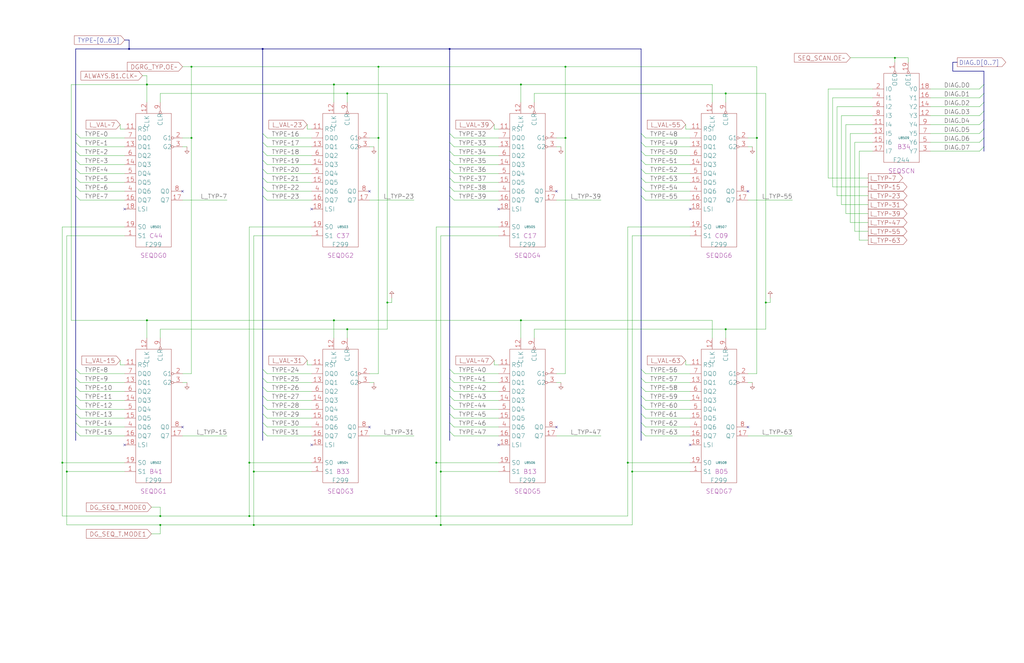
<source format=kicad_sch>
(kicad_sch (version 20230121) (generator eeschema)
  (paper "User" 584.2 378.46)
  (title_block (title "DIAGNOSTIC REGISTER") (date "22-MAY-90") (rev "1.0") (comment 1 "SEQUENCER") (comment 2 "232-003064") (comment 3 "S400") (comment 4 "RELEASED"))
  (lib_symbols
    (symbol "r1000:F244" (pin_names (offset 1.016))
      (property "Reference" "U" (at 2.54 5.08 0))
      (property "Value" "F244" (at -3.81 -7.62 0))
      (property "Location" "___" (at -1.27 0 0))
      (property "Name" "______" (at 1.27 -15.24 0))
      (symbol "F244_1_1"
        (rectangle (start -8.89 41.91) (end 11.43 -8.89))
        (circle (center -2.54 42.545) (radius 0.635))
        (circle (center 5.08 42.545) (radius 0.635))
        (pin input line (at -2.54 48.26 270) (length 5.08) (name "OE0") (number "1"))
        (pin input line (at -15.24 12.7 0) (length 6.35) (name "I4") (number "11"))
        (pin tri_state line (at 17.78 17.78 180) (length 6.35) (name "Y3") (number "12"))
        (pin input line (at -15.24 7.62 0) (length 6.35) (name "I5") (number "13"))
        (pin tri_state line (at 17.78 22.86 180) (length 6.35) (name "Y2") (number "14"))
        (pin input line (at -15.24 2.54 0) (length 6.35) (name "I6") (number "15"))
        (pin tri_state line (at 17.78 27.94 180) (length 6.35) (name "Y1") (number "16"))
        (pin input line (at -15.24 -2.54 0) (length 6.35) (name "I7") (number "17"))
        (pin tri_state line (at 17.78 33.02 180) (length 6.35) (name "Y0") (number "18"))
        (pin input line (at 5.08 48.26 270) (length 5.08) (name "OE1") (number "19"))
        (pin input line (at -15.24 33.02 0) (length 6.35) (name "I0") (number "2"))
        (pin tri_state line (at 17.78 -2.54 180) (length 6.35) (name "Y7") (number "3"))
        (pin input line (at -15.24 27.94 0) (length 6.35) (name "I1") (number "4"))
        (pin tri_state line (at 17.78 2.54 180) (length 6.35) (name "Y6") (number "5"))
        (pin input line (at -15.24 22.86 0) (length 6.35) (name "I2") (number "6"))
        (pin tri_state line (at 17.78 7.62 180) (length 6.35) (name "Y5") (number "7"))
        (pin input line (at -15.24 17.78 0) (length 6.35) (name "I3") (number "8"))
        (pin tri_state line (at 17.78 12.7 180) (length 6.35) (name "Y4") (number "9"))
      )
    )
    (symbol "r1000:F299" (pin_names (offset 1.016))
      (property "Reference" "U" (at 2.54 5.08 0))
      (property "Value" "F299" (at -3.81 -5.08 0))
      (property "Location" "___" (at -1.27 0 0))
      (property "Name" "______" (at 1.27 -12.7 0))
      (symbol "F299_1_1"
        (rectangle (start -8.89 69.85) (end 11.43 -6.35))
        (circle (center 5.08 70.485) (radius 0.635))
        (circle (center 12.065 50.8) (radius 0.635))
        (circle (center 12.065 55.88) (radius 0.635))
        (pin input line (at -15.24 0 0) (length 6.35) (name "S1") (number "1"))
        (pin input line (at -15.24 60.96 0) (length 6.35) (name "RSI") (number "11"))
        (pin input line (at -2.54 76.2 270) (length 6.35) (name "CLK") (number "12"))
        (pin bidirectional line (at -15.24 50.8 0) (length 6.35) (name "DQ1") (number "13"))
        (pin bidirectional line (at -15.24 40.64 0) (length 6.35) (name "DQ3") (number "14"))
        (pin bidirectional line (at -15.24 30.48 0) (length 6.35) (name "DQ5") (number "15"))
        (pin bidirectional line (at -15.24 20.32 0) (length 6.35) (name "DQ7") (number "16"))
        (pin output line (at 17.78 20.32 180) (length 6.35) (name "Q7") (number "17"))
        (pin input line (at -15.24 15.24 0) (length 6.35) (name "LSI") (number "18"))
        (pin input line (at -15.24 5.08 0) (length 6.35) (name "S0") (number "19"))
        (pin input line (at 17.78 55.88 180) (length 5.08) (name "G1") (number "2"))
        (pin input line (at 17.78 50.8 180) (length 5.08) (name "G2") (number "3"))
        (pin bidirectional line (at -15.24 25.4 0) (length 6.35) (name "DQ6") (number "4"))
        (pin bidirectional line (at -15.24 35.56 0) (length 6.35) (name "DQ4") (number "5"))
        (pin bidirectional line (at -15.24 45.72 0) (length 6.35) (name "DQ2") (number "6"))
        (pin bidirectional line (at -15.24 55.88 0) (length 6.35) (name "DQ0") (number "7"))
        (pin output line (at 17.78 25.4 180) (length 6.35) (name "Q0") (number "8"))
        (pin input line (at 5.08 76.2 270) (length 5.08) (name "CLR") (number "9"))
      )
    )
    (symbol "r1000:PD" (power) (pin_numbers hide) (pin_names hide) (in_bom no)
      (symbol "PD_0_1"
        (polyline (pts (xy 0 -2.54) (xy 1.27 -2.54) (xy 0 -3.81) (xy -1.27 -2.54) (xy 0 -2.54)) (stroke (width 0.1524)))
      )
      (symbol "PD_1_1"
        (pin power_in line (at 0 0 270) (length 2.54) (name "PD") (number "1"))
      )
    )
    (symbol "r1000:PU" (power) (pin_numbers hide) (pin_names hide)
      (symbol "PU_0_1"
        (polyline (pts (xy 0 2.54) (xy -1.27 2.54) (xy 0 3.81) (xy 1.27 2.54) (xy 0 2.54)) (stroke (width 0.1524)))
      )
      (symbol "PU_1_1"
        (pin power_in line (at 0 0 90) (length 2.54) (name "PU") (number "1"))
      )
    )
  )
  (junction (at 248.92 294.64))
  (junction (at 322.58 78.74))
  (junction (at 215.9 78.74))
  (junction (at 38.1 269.24))
  (junction (at 436.88 172.72))
  (junction (at 215.9 38.1))
  (junction (at 109.22 38.1))
  (junction (at 431.8 78.74))
  (junction (at 35.56 264.16))
  (junction (at 414.02 187.96))
  (junction (at 297.18 182.88))
  (junction (at 149.86 27.94))
  (junction (at 358.14 264.16))
  (junction (at 414.02 53.34))
  (junction (at 198.12 53.34))
  (junction (at 142.24 294.64))
  (junction (at 91.44 294.64))
  (junction (at 144.78 299.72))
  (junction (at 142.24 264.16))
  (junction (at 198.12 187.96))
  (junction (at 83.82 182.88))
  (junction (at 322.58 38.1))
  (junction (at 144.78 269.24))
  (junction (at 91.44 299.72))
  (junction (at 256.54 27.94))
  (junction (at 297.18 48.26))
  (junction (at 83.82 48.26))
  (junction (at 510.54 33.02))
  (junction (at 190.5 182.88))
  (junction (at 248.92 264.16))
  (junction (at 251.46 299.72))
  (junction (at 251.46 269.24))
  (junction (at 220.98 172.72))
  (junction (at 190.5 48.26))
  (junction (at 360.68 269.24))
  (junction (at 73.66 27.94))
  (junction (at 109.22 78.74))
  (no_connect (at 104.14 109.22))
  (no_connect (at 317.5 109.22))
  (no_connect (at 104.14 243.84))
  (no_connect (at 210.82 243.84))
  (no_connect (at 317.5 243.84))
  (no_connect (at 284.48 254))
  (no_connect (at 210.82 109.22))
  (no_connect (at 393.7 254))
  (no_connect (at 71.12 119.38))
  (no_connect (at 426.72 243.84))
  (no_connect (at 71.12 254))
  (no_connect (at 177.8 254))
  (no_connect (at 393.7 119.38))
  (no_connect (at 177.8 119.38))
  (no_connect (at 284.48 119.38))
  (no_connect (at 426.72 109.22))
  (bus_entry (at 561.34 78.74) (size -2.54 2.54))
  (bus_entry (at 365.76 101.6) (size 2.54 2.54))
  (bus_entry (at 256.54 236.22) (size 2.54 2.54))
  (bus_entry (at 561.34 58.42) (size -2.54 2.54))
  (bus_entry (at 561.34 73.66) (size -2.54 2.54))
  (bus_entry (at 561.34 53.34) (size -2.54 2.54))
  (bus_entry (at 149.86 91.44) (size 2.54 2.54))
  (bus_entry (at 43.18 81.28) (size 2.54 2.54))
  (bus_entry (at 149.86 220.98) (size 2.54 2.54))
  (bus_entry (at 365.76 210.82) (size 2.54 2.54))
  (bus_entry (at 365.76 76.2) (size 2.54 2.54))
  (bus_entry (at 149.86 236.22) (size 2.54 2.54))
  (bus_entry (at 43.18 91.44) (size 2.54 2.54))
  (bus_entry (at 149.86 231.14) (size 2.54 2.54))
  (bus_entry (at 149.86 96.52) (size 2.54 2.54))
  (bus_entry (at 256.54 220.98) (size 2.54 2.54))
  (bus_entry (at 256.54 81.28) (size 2.54 2.54))
  (bus_entry (at 256.54 101.6) (size 2.54 2.54))
  (bus_entry (at 365.76 241.3) (size 2.54 2.54))
  (bus_entry (at 43.18 101.6) (size 2.54 2.54))
  (bus_entry (at 149.86 111.76) (size 2.54 2.54))
  (bus_entry (at 365.76 246.38) (size 2.54 2.54))
  (bus_entry (at 43.18 111.76) (size 2.54 2.54))
  (bus_entry (at 149.86 210.82) (size 2.54 2.54))
  (bus_entry (at 256.54 96.52) (size 2.54 2.54))
  (bus_entry (at 43.18 215.9) (size 2.54 2.54))
  (bus_entry (at 149.86 106.68) (size 2.54 2.54))
  (bus_entry (at 43.18 106.68) (size 2.54 2.54))
  (bus_entry (at 149.86 101.6) (size 2.54 2.54))
  (bus_entry (at 256.54 215.9) (size 2.54 2.54))
  (bus_entry (at 43.18 76.2) (size 2.54 2.54))
  (bus_entry (at 43.18 96.52) (size 2.54 2.54))
  (bus_entry (at 365.76 215.9) (size 2.54 2.54))
  (bus_entry (at 256.54 86.36) (size 2.54 2.54))
  (bus_entry (at 256.54 91.44) (size 2.54 2.54))
  (bus_entry (at 43.18 241.3) (size 2.54 2.54))
  (bus_entry (at 365.76 81.28) (size 2.54 2.54))
  (bus_entry (at 256.54 76.2) (size 2.54 2.54))
  (bus_entry (at 365.76 226.06) (size 2.54 2.54))
  (bus_entry (at 561.34 68.58) (size -2.54 2.54))
  (bus_entry (at 365.76 86.36) (size 2.54 2.54))
  (bus_entry (at 256.54 231.14) (size 2.54 2.54))
  (bus_entry (at 256.54 210.82) (size 2.54 2.54))
  (bus_entry (at 256.54 241.3) (size 2.54 2.54))
  (bus_entry (at 256.54 111.76) (size 2.54 2.54))
  (bus_entry (at 43.18 220.98) (size 2.54 2.54))
  (bus_entry (at 365.76 231.14) (size 2.54 2.54))
  (bus_entry (at 43.18 226.06) (size 2.54 2.54))
  (bus_entry (at 365.76 111.76) (size 2.54 2.54))
  (bus_entry (at 149.86 86.36) (size 2.54 2.54))
  (bus_entry (at 149.86 215.9) (size 2.54 2.54))
  (bus_entry (at 43.18 236.22) (size 2.54 2.54))
  (bus_entry (at 43.18 246.38) (size 2.54 2.54))
  (bus_entry (at 149.86 81.28) (size 2.54 2.54))
  (bus_entry (at 365.76 96.52) (size 2.54 2.54))
  (bus_entry (at 43.18 231.14) (size 2.54 2.54))
  (bus_entry (at 365.76 91.44) (size 2.54 2.54))
  (bus_entry (at 256.54 226.06) (size 2.54 2.54))
  (bus_entry (at 561.34 83.82) (size -2.54 2.54))
  (bus_entry (at 365.76 220.98) (size 2.54 2.54))
  (bus_entry (at 43.18 86.36) (size 2.54 2.54))
  (bus_entry (at 43.18 210.82) (size 2.54 2.54))
  (bus_entry (at 149.86 241.3) (size 2.54 2.54))
  (bus_entry (at 149.86 76.2) (size 2.54 2.54))
  (bus_entry (at 256.54 246.38) (size 2.54 2.54))
  (bus_entry (at 149.86 246.38) (size 2.54 2.54))
  (bus_entry (at 365.76 236.22) (size 2.54 2.54))
  (bus_entry (at 561.34 63.5) (size -2.54 2.54))
  (bus_entry (at 256.54 106.68) (size 2.54 2.54))
  (bus_entry (at 365.76 106.68) (size 2.54 2.54))
  (bus_entry (at 561.34 48.26) (size -2.54 2.54))
  (bus_entry (at 149.86 226.06) (size 2.54 2.54))
  (wire (pts (xy 152.4 114.3) (xy 177.8 114.3)))
  (wire (pts (xy 81.28 43.18) (xy 83.82 43.18)))
  (bus (pts (xy 149.86 91.44) (xy 149.86 96.52)))
  (wire (pts (xy 190.5 48.26) (xy 190.5 58.42)))
  (bus (pts (xy 149.86 236.22) (xy 149.86 241.3)))
  (bus (pts (xy 149.86 246.38) (xy 149.86 251.46)))
  (wire (pts (xy 142.24 129.54) (xy 142.24 264.16)))
  (wire (pts (xy 248.92 129.54) (xy 284.48 129.54)))
  (bus (pts (xy 256.54 215.9) (xy 256.54 220.98)))
  (wire (pts (xy 152.4 223.52) (xy 177.8 223.52)))
  (wire (pts (xy 284.48 73.66) (xy 281.94 73.66)))
  (wire (pts (xy 485.14 33.02) (xy 510.54 33.02)))
  (bus (pts (xy 43.18 226.06) (xy 43.18 231.14)))
  (wire (pts (xy 436.88 172.72) (xy 439.42 172.72)))
  (bus (pts (xy 149.86 215.9) (xy 149.86 220.98)))
  (wire (pts (xy 152.4 233.68) (xy 177.8 233.68)))
  (wire (pts (xy 104.14 213.36) (xy 109.22 213.36)))
  (wire (pts (xy 144.78 134.62) (xy 177.8 134.62)))
  (wire (pts (xy 109.22 38.1) (xy 109.22 78.74)))
  (wire (pts (xy 45.72 104.14) (xy 71.12 104.14)))
  (bus (pts (xy 256.54 111.76) (xy 256.54 210.82)))
  (wire (pts (xy 360.68 134.62) (xy 360.68 269.24)))
  (wire (pts (xy 38.1 269.24) (xy 71.12 269.24)))
  (wire (pts (xy 91.44 299.72) (xy 38.1 299.72)))
  (bus (pts (xy 149.86 226.06) (xy 149.86 231.14)))
  (wire (pts (xy 248.92 294.64) (xy 358.14 294.64)))
  (wire (pts (xy 104.14 38.1) (xy 109.22 38.1)))
  (wire (pts (xy 215.9 38.1) (xy 109.22 38.1)))
  (wire (pts (xy 198.12 187.96) (xy 220.98 187.96)))
  (wire (pts (xy 497.84 71.12) (xy 482.6 71.12)))
  (wire (pts (xy 144.78 269.24) (xy 177.8 269.24)))
  (wire (pts (xy 317.5 83.82) (xy 320.04 83.82)))
  (bus (pts (xy 365.76 210.82) (xy 365.76 215.9)))
  (wire (pts (xy 91.44 294.64) (xy 142.24 294.64)))
  (wire (pts (xy 215.9 38.1) (xy 215.9 78.74)))
  (wire (pts (xy 259.08 218.44) (xy 284.48 218.44)))
  (wire (pts (xy 497.84 60.96) (xy 477.52 60.96)))
  (wire (pts (xy 68.58 73.66) (xy 68.58 71.12)))
  (bus (pts (xy 149.86 27.94) (xy 149.86 76.2)))
  (wire (pts (xy 358.14 129.54) (xy 393.7 129.54)))
  (bus (pts (xy 43.18 96.52) (xy 43.18 101.6)))
  (bus (pts (xy 43.18 27.94) (xy 43.18 76.2)))
  (wire (pts (xy 358.14 294.64) (xy 358.14 264.16)))
  (wire (pts (xy 35.56 294.64) (xy 91.44 294.64)))
  (wire (pts (xy 91.44 53.34) (xy 91.44 58.42)))
  (wire (pts (xy 426.72 213.36) (xy 431.8 213.36)))
  (bus (pts (xy 365.76 81.28) (xy 365.76 86.36)))
  (wire (pts (xy 259.08 99.06) (xy 284.48 99.06)))
  (wire (pts (xy 220.98 172.72) (xy 223.52 172.72)))
  (wire (pts (xy 251.46 134.62) (xy 284.48 134.62)))
  (wire (pts (xy 45.72 78.74) (xy 71.12 78.74)))
  (wire (pts (xy 144.78 299.72) (xy 91.44 299.72)))
  (wire (pts (xy 83.82 182.88) (xy 190.5 182.88)))
  (bus (pts (xy 546.1 35.56) (xy 543.56 35.56)))
  (wire (pts (xy 472.44 101.6) (xy 495.3 101.6)))
  (wire (pts (xy 477.52 60.96) (xy 477.52 111.76)))
  (wire (pts (xy 474.98 106.68) (xy 495.3 106.68)))
  (wire (pts (xy 431.8 78.74) (xy 431.8 213.36)))
  (wire (pts (xy 45.72 93.98) (xy 71.12 93.98)))
  (wire (pts (xy 142.24 294.64) (xy 248.92 294.64)))
  (wire (pts (xy 35.56 264.16) (xy 35.56 294.64)))
  (wire (pts (xy 144.78 134.62) (xy 144.78 269.24)))
  (bus (pts (xy 365.76 101.6) (xy 365.76 106.68)))
  (wire (pts (xy 251.46 269.24) (xy 284.48 269.24)))
  (wire (pts (xy 71.12 73.66) (xy 68.58 73.66)))
  (bus (pts (xy 365.76 106.68) (xy 365.76 111.76)))
  (wire (pts (xy 426.72 114.3) (xy 452.12 114.3)))
  (wire (pts (xy 426.72 83.82) (xy 429.26 83.82)))
  (wire (pts (xy 490.22 137.16) (xy 495.3 137.16)))
  (wire (pts (xy 152.4 218.44) (xy 177.8 218.44)))
  (wire (pts (xy 259.08 88.9) (xy 284.48 88.9)))
  (bus (pts (xy 365.76 215.9) (xy 365.76 220.98)))
  (wire (pts (xy 109.22 78.74) (xy 109.22 213.36)))
  (wire (pts (xy 142.24 264.16) (xy 142.24 294.64)))
  (wire (pts (xy 45.72 83.82) (xy 71.12 83.82)))
  (wire (pts (xy 368.3 228.6) (xy 393.7 228.6)))
  (wire (pts (xy 152.4 104.14) (xy 177.8 104.14)))
  (wire (pts (xy 485.14 76.2) (xy 485.14 127)))
  (bus (pts (xy 149.86 111.76) (xy 149.86 210.82)))
  (wire (pts (xy 368.3 78.74) (xy 393.7 78.74)))
  (wire (pts (xy 259.08 228.6) (xy 284.48 228.6)))
  (wire (pts (xy 104.14 83.82) (xy 106.68 83.82)))
  (wire (pts (xy 45.72 223.52) (xy 71.12 223.52)))
  (wire (pts (xy 259.08 114.3) (xy 284.48 114.3)))
  (wire (pts (xy 259.08 223.52) (xy 284.48 223.52)))
  (bus (pts (xy 149.86 81.28) (xy 149.86 86.36)))
  (wire (pts (xy 190.5 182.88) (xy 297.18 182.88)))
  (wire (pts (xy 45.72 248.92) (xy 71.12 248.92)))
  (wire (pts (xy 281.94 73.66) (xy 281.94 71.12)))
  (wire (pts (xy 414.02 187.96) (xy 436.88 187.96)))
  (wire (pts (xy 317.5 248.92) (xy 342.9 248.92)))
  (bus (pts (xy 43.18 236.22) (xy 43.18 241.3)))
  (bus (pts (xy 365.76 76.2) (xy 365.76 81.28)))
  (wire (pts (xy 45.72 109.22) (xy 71.12 109.22)))
  (wire (pts (xy 368.3 93.98) (xy 393.7 93.98)))
  (wire (pts (xy 368.3 248.92) (xy 393.7 248.92)))
  (wire (pts (xy 259.08 83.82) (xy 284.48 83.82)))
  (bus (pts (xy 543.56 40.64) (xy 561.34 40.64)))
  (bus (pts (xy 43.18 81.28) (xy 43.18 86.36)))
  (wire (pts (xy 368.3 218.44) (xy 393.7 218.44)))
  (bus (pts (xy 365.76 236.22) (xy 365.76 241.3)))
  (wire (pts (xy 45.72 88.9) (xy 71.12 88.9)))
  (wire (pts (xy 368.3 233.68) (xy 393.7 233.68)))
  (wire (pts (xy 40.64 48.26) (xy 40.64 182.88)))
  (wire (pts (xy 175.26 73.66) (xy 175.26 71.12)))
  (wire (pts (xy 482.6 121.92) (xy 495.3 121.92)))
  (wire (pts (xy 38.1 134.62) (xy 38.1 269.24)))
  (wire (pts (xy 391.16 208.28) (xy 391.16 205.74)))
  (wire (pts (xy 487.68 132.08) (xy 495.3 132.08)))
  (wire (pts (xy 304.8 53.34) (xy 414.02 53.34)))
  (bus (pts (xy 149.86 210.82) (xy 149.86 215.9)))
  (bus (pts (xy 43.18 246.38) (xy 43.18 251.46)))
  (bus (pts (xy 256.54 96.52) (xy 256.54 101.6)))
  (wire (pts (xy 284.48 208.28) (xy 281.94 208.28)))
  (wire (pts (xy 259.08 109.22) (xy 284.48 109.22)))
  (wire (pts (xy 530.86 60.96) (xy 558.8 60.96)))
  (bus (pts (xy 149.86 86.36) (xy 149.86 91.44)))
  (wire (pts (xy 317.5 218.44) (xy 320.04 218.44)))
  (wire (pts (xy 297.18 182.88) (xy 297.18 193.04)))
  (bus (pts (xy 256.54 226.06) (xy 256.54 231.14)))
  (bus (pts (xy 365.76 91.44) (xy 365.76 96.52)))
  (wire (pts (xy 152.4 213.36) (xy 177.8 213.36)))
  (wire (pts (xy 152.4 83.82) (xy 177.8 83.82)))
  (wire (pts (xy 210.82 213.36) (xy 215.9 213.36)))
  (wire (pts (xy 358.14 264.16) (xy 393.7 264.16)))
  (wire (pts (xy 510.54 33.02) (xy 518.16 33.02)))
  (wire (pts (xy 45.72 114.3) (xy 71.12 114.3)))
  (bus (pts (xy 256.54 210.82) (xy 256.54 215.9)))
  (wire (pts (xy 530.86 71.12) (xy 558.8 71.12)))
  (bus (pts (xy 256.54 101.6) (xy 256.54 106.68)))
  (wire (pts (xy 210.82 248.92) (xy 236.22 248.92)))
  (wire (pts (xy 414.02 53.34) (xy 436.88 53.34)))
  (wire (pts (xy 490.22 86.36) (xy 490.22 137.16)))
  (wire (pts (xy 368.3 238.76) (xy 393.7 238.76)))
  (bus (pts (xy 256.54 236.22) (xy 256.54 241.3)))
  (wire (pts (xy 317.5 78.74) (xy 322.58 78.74)))
  (bus (pts (xy 256.54 76.2) (xy 256.54 81.28)))
  (wire (pts (xy 144.78 269.24) (xy 144.78 299.72)))
  (wire (pts (xy 368.3 114.3) (xy 393.7 114.3)))
  (bus (pts (xy 256.54 91.44) (xy 256.54 96.52)))
  (wire (pts (xy 68.58 208.28) (xy 68.58 205.74)))
  (wire (pts (xy 190.5 48.26) (xy 297.18 48.26)))
  (bus (pts (xy 43.18 101.6) (xy 43.18 106.68)))
  (wire (pts (xy 91.44 53.34) (xy 198.12 53.34)))
  (wire (pts (xy 91.44 187.96) (xy 91.44 193.04)))
  (wire (pts (xy 482.6 71.12) (xy 482.6 121.92)))
  (wire (pts (xy 530.86 50.8) (xy 558.8 50.8)))
  (wire (pts (xy 360.68 269.24) (xy 360.68 299.72)))
  (bus (pts (xy 149.86 231.14) (xy 149.86 236.22)))
  (wire (pts (xy 322.58 78.74) (xy 322.58 213.36)))
  (wire (pts (xy 497.84 66.04) (xy 480.06 66.04)))
  (bus (pts (xy 561.34 83.82) (xy 561.34 86.36)))
  (wire (pts (xy 83.82 48.26) (xy 190.5 48.26)))
  (wire (pts (xy 393.7 73.66) (xy 391.16 73.66)))
  (wire (pts (xy 487.68 81.28) (xy 487.68 132.08)))
  (wire (pts (xy 251.46 134.62) (xy 251.46 269.24)))
  (wire (pts (xy 477.52 111.76) (xy 495.3 111.76)))
  (wire (pts (xy 83.82 43.18) (xy 83.82 48.26)))
  (bus (pts (xy 149.86 76.2) (xy 149.86 81.28)))
  (wire (pts (xy 35.56 129.54) (xy 35.56 264.16)))
  (wire (pts (xy 35.56 264.16) (xy 71.12 264.16)))
  (bus (pts (xy 149.86 220.98) (xy 149.86 226.06)))
  (wire (pts (xy 251.46 299.72) (xy 144.78 299.72)))
  (bus (pts (xy 43.18 27.94) (xy 73.66 27.94)))
  (wire (pts (xy 436.88 53.34) (xy 436.88 172.72)))
  (wire (pts (xy 142.24 264.16) (xy 177.8 264.16)))
  (wire (pts (xy 248.92 129.54) (xy 248.92 264.16)))
  (wire (pts (xy 414.02 187.96) (xy 414.02 193.04)))
  (wire (pts (xy 431.8 78.74) (xy 431.8 38.1)))
  (wire (pts (xy 71.12 208.28) (xy 68.58 208.28)))
  (wire (pts (xy 142.24 129.54) (xy 177.8 129.54)))
  (wire (pts (xy 210.82 83.82) (xy 213.36 83.82)))
  (bus (pts (xy 543.56 35.56) (xy 543.56 40.64)))
  (wire (pts (xy 426.72 248.92) (xy 452.12 248.92)))
  (bus (pts (xy 561.34 58.42) (xy 561.34 63.5)))
  (bus (pts (xy 43.18 241.3) (xy 43.18 246.38)))
  (wire (pts (xy 45.72 238.76) (xy 71.12 238.76)))
  (bus (pts (xy 43.18 106.68) (xy 43.18 111.76)))
  (wire (pts (xy 91.44 289.56) (xy 91.44 294.64)))
  (wire (pts (xy 175.26 208.28) (xy 175.26 205.74)))
  (wire (pts (xy 530.86 55.88) (xy 558.8 55.88)))
  (wire (pts (xy 210.82 218.44) (xy 213.36 218.44)))
  (bus (pts (xy 365.76 226.06) (xy 365.76 231.14)))
  (wire (pts (xy 152.4 109.22) (xy 177.8 109.22)))
  (wire (pts (xy 368.3 88.9) (xy 393.7 88.9)))
  (wire (pts (xy 304.8 187.96) (xy 414.02 187.96)))
  (wire (pts (xy 35.56 129.54) (xy 71.12 129.54)))
  (wire (pts (xy 518.16 33.02) (xy 518.16 35.56)))
  (wire (pts (xy 45.72 228.6) (xy 71.12 228.6)))
  (wire (pts (xy 391.16 73.66) (xy 391.16 71.12)))
  (bus (pts (xy 256.54 241.3) (xy 256.54 246.38)))
  (wire (pts (xy 104.14 78.74) (xy 109.22 78.74)))
  (bus (pts (xy 561.34 48.26) (xy 561.34 53.34)))
  (bus (pts (xy 149.86 241.3) (xy 149.86 246.38)))
  (bus (pts (xy 365.76 27.94) (xy 365.76 76.2)))
  (bus (pts (xy 43.18 220.98) (xy 43.18 226.06)))
  (wire (pts (xy 368.3 104.14) (xy 393.7 104.14)))
  (wire (pts (xy 426.72 218.44) (xy 429.26 218.44)))
  (wire (pts (xy 45.72 243.84) (xy 71.12 243.84)))
  (bus (pts (xy 256.54 246.38) (xy 256.54 251.46)))
  (bus (pts (xy 43.18 231.14) (xy 43.18 236.22)))
  (wire (pts (xy 259.08 93.98) (xy 284.48 93.98)))
  (bus (pts (xy 256.54 27.94) (xy 365.76 27.94)))
  (wire (pts (xy 91.44 187.96) (xy 198.12 187.96)))
  (bus (pts (xy 561.34 73.66) (xy 561.34 78.74)))
  (bus (pts (xy 149.86 101.6) (xy 149.86 106.68)))
  (wire (pts (xy 190.5 182.88) (xy 190.5 193.04)))
  (wire (pts (xy 177.8 73.66) (xy 175.26 73.66)))
  (wire (pts (xy 215.9 78.74) (xy 215.9 213.36)))
  (bus (pts (xy 149.86 106.68) (xy 149.86 111.76)))
  (bus (pts (xy 561.34 63.5) (xy 561.34 68.58)))
  (wire (pts (xy 152.4 99.06) (xy 177.8 99.06)))
  (wire (pts (xy 40.64 182.88) (xy 83.82 182.88)))
  (wire (pts (xy 297.18 48.26) (xy 406.4 48.26)))
  (bus (pts (xy 365.76 241.3) (xy 365.76 246.38)))
  (wire (pts (xy 248.92 264.16) (xy 284.48 264.16)))
  (bus (pts (xy 365.76 231.14) (xy 365.76 236.22)))
  (wire (pts (xy 480.06 66.04) (xy 480.06 116.84)))
  (wire (pts (xy 177.8 208.28) (xy 175.26 208.28)))
  (wire (pts (xy 360.68 134.62) (xy 393.7 134.62)))
  (bus (pts (xy 43.18 215.9) (xy 43.18 220.98)))
  (wire (pts (xy 510.54 33.02) (xy 510.54 35.56)))
  (wire (pts (xy 83.82 48.26) (xy 40.64 48.26)))
  (wire (pts (xy 497.84 76.2) (xy 485.14 76.2)))
  (wire (pts (xy 91.44 304.8) (xy 91.44 299.72)))
  (wire (pts (xy 304.8 53.34) (xy 304.8 58.42)))
  (wire (pts (xy 368.3 109.22) (xy 393.7 109.22)))
  (wire (pts (xy 104.14 248.92) (xy 129.54 248.92)))
  (bus (pts (xy 365.76 220.98) (xy 365.76 226.06)))
  (wire (pts (xy 530.86 76.2) (xy 558.8 76.2)))
  (wire (pts (xy 297.18 48.26) (xy 297.18 58.42)))
  (wire (pts (xy 485.14 127) (xy 495.3 127)))
  (wire (pts (xy 248.92 264.16) (xy 248.92 294.64)))
  (wire (pts (xy 360.68 269.24) (xy 393.7 269.24)))
  (wire (pts (xy 259.08 238.76) (xy 284.48 238.76)))
  (wire (pts (xy 251.46 269.24) (xy 251.46 299.72)))
  (bus (pts (xy 73.66 22.86) (xy 73.66 27.94)))
  (wire (pts (xy 358.14 129.54) (xy 358.14 264.16)))
  (wire (pts (xy 38.1 299.72) (xy 38.1 269.24)))
  (bus (pts (xy 43.18 86.36) (xy 43.18 91.44)))
  (wire (pts (xy 104.14 114.3) (xy 129.54 114.3)))
  (bus (pts (xy 256.54 81.28) (xy 256.54 86.36)))
  (wire (pts (xy 530.86 86.36) (xy 558.8 86.36)))
  (bus (pts (xy 73.66 27.94) (xy 149.86 27.94)))
  (wire (pts (xy 368.3 223.52) (xy 393.7 223.52)))
  (wire (pts (xy 317.5 114.3) (xy 342.9 114.3)))
  (wire (pts (xy 259.08 233.68) (xy 284.48 233.68)))
  (wire (pts (xy 426.72 78.74) (xy 431.8 78.74)))
  (wire (pts (xy 83.82 48.26) (xy 83.82 58.42)))
  (wire (pts (xy 220.98 53.34) (xy 220.98 172.72)))
  (bus (pts (xy 561.34 40.64) (xy 561.34 48.26)))
  (wire (pts (xy 152.4 88.9) (xy 177.8 88.9)))
  (wire (pts (xy 104.14 218.44) (xy 106.68 218.44)))
  (wire (pts (xy 368.3 243.84) (xy 393.7 243.84)))
  (wire (pts (xy 198.12 53.34) (xy 198.12 58.42)))
  (wire (pts (xy 86.36 304.8) (xy 91.44 304.8)))
  (wire (pts (xy 322.58 38.1) (xy 215.9 38.1)))
  (wire (pts (xy 83.82 182.88) (xy 83.82 193.04)))
  (wire (pts (xy 431.8 38.1) (xy 322.58 38.1)))
  (wire (pts (xy 198.12 187.96) (xy 198.12 193.04)))
  (wire (pts (xy 259.08 213.36) (xy 284.48 213.36)))
  (bus (pts (xy 256.54 220.98) (xy 256.54 226.06)))
  (wire (pts (xy 45.72 233.68) (xy 71.12 233.68)))
  (wire (pts (xy 38.1 134.62) (xy 71.12 134.62)))
  (wire (pts (xy 406.4 48.26) (xy 406.4 58.42)))
  (wire (pts (xy 497.84 86.36) (xy 490.22 86.36)))
  (wire (pts (xy 530.86 66.04) (xy 558.8 66.04)))
  (wire (pts (xy 414.02 53.34) (xy 414.02 58.42)))
  (wire (pts (xy 497.84 55.88) (xy 474.98 55.88)))
  (wire (pts (xy 198.12 53.34) (xy 220.98 53.34)))
  (wire (pts (xy 297.18 182.88) (xy 406.4 182.88)))
  (wire (pts (xy 220.98 172.72) (xy 220.98 187.96)))
  (bus (pts (xy 561.34 68.58) (xy 561.34 73.66)))
  (wire (pts (xy 360.68 299.72) (xy 251.46 299.72)))
  (wire (pts (xy 439.42 170.18) (xy 439.42 172.72)))
  (wire (pts (xy 210.82 78.74) (xy 215.9 78.74)))
  (bus (pts (xy 365.76 96.52) (xy 365.76 101.6)))
  (wire (pts (xy 259.08 104.14) (xy 284.48 104.14)))
  (wire (pts (xy 322.58 38.1) (xy 322.58 78.74)))
  (wire (pts (xy 152.4 243.84) (xy 177.8 243.84)))
  (bus (pts (xy 256.54 27.94) (xy 256.54 76.2)))
  (wire (pts (xy 480.06 116.84) (xy 495.3 116.84)))
  (wire (pts (xy 223.52 170.18) (xy 223.52 172.72)))
  (bus (pts (xy 256.54 231.14) (xy 256.54 236.22)))
  (wire (pts (xy 152.4 93.98) (xy 177.8 93.98)))
  (wire (pts (xy 259.08 78.74) (xy 284.48 78.74)))
  (bus (pts (xy 256.54 106.68) (xy 256.54 111.76)))
  (bus (pts (xy 561.34 53.34) (xy 561.34 58.42)))
  (wire (pts (xy 368.3 99.06) (xy 393.7 99.06)))
  (wire (pts (xy 259.08 248.92) (xy 284.48 248.92)))
  (wire (pts (xy 152.4 238.76) (xy 177.8 238.76)))
  (bus (pts (xy 43.18 111.76) (xy 43.18 210.82)))
  (wire (pts (xy 497.84 81.28) (xy 487.68 81.28)))
  (wire (pts (xy 530.86 81.28) (xy 558.8 81.28)))
  (bus (pts (xy 149.86 27.94) (xy 256.54 27.94)))
  (bus (pts (xy 365.76 246.38) (xy 365.76 251.46)))
  (wire (pts (xy 368.3 213.36) (xy 393.7 213.36)))
  (wire (pts (xy 281.94 208.28) (xy 281.94 205.74)))
  (bus (pts (xy 365.76 86.36) (xy 365.76 91.44)))
  (wire (pts (xy 152.4 78.74) (xy 177.8 78.74)))
  (bus (pts (xy 561.34 78.74) (xy 561.34 83.82)))
  (wire (pts (xy 368.3 83.82) (xy 393.7 83.82)))
  (bus (pts (xy 256.54 86.36) (xy 256.54 91.44)))
  (wire (pts (xy 86.36 289.56) (xy 91.44 289.56)))
  (wire (pts (xy 317.5 213.36) (xy 322.58 213.36)))
  (wire (pts (xy 393.7 208.28) (xy 391.16 208.28)))
  (wire (pts (xy 406.4 182.88) (xy 406.4 193.04)))
  (bus (pts (xy 365.76 111.76) (xy 365.76 210.82)))
  (wire (pts (xy 210.82 114.3) (xy 236.22 114.3)))
  (wire (pts (xy 474.98 55.88) (xy 474.98 106.68)))
  (wire (pts (xy 45.72 99.06) (xy 71.12 99.06)))
  (wire (pts (xy 304.8 187.96) (xy 304.8 193.04)))
  (wire (pts (xy 436.88 172.72) (xy 436.88 187.96)))
  (wire (pts (xy 259.08 243.84) (xy 284.48 243.84)))
  (wire (pts (xy 152.4 228.6) (xy 177.8 228.6)))
  (wire (pts (xy 497.84 50.8) (xy 472.44 50.8)))
  (bus (pts (xy 149.86 96.52) (xy 149.86 101.6)))
  (bus (pts (xy 43.18 91.44) (xy 43.18 96.52)))
  (bus (pts (xy 43.18 76.2) (xy 43.18 81.28)))
  (bus (pts (xy 71.12 22.86) (xy 73.66 22.86)))
  (bus (pts (xy 43.18 210.82) (xy 43.18 215.9)))
  (wire (pts (xy 472.44 50.8) (xy 472.44 101.6)))
  (wire (pts (xy 152.4 248.92) (xy 177.8 248.92)))
  (wire (pts (xy 45.72 218.44) (xy 71.12 218.44)))
  (wire (pts (xy 45.72 213.36) (xy 71.12 213.36)))
  (label "L_TYP~63" (at 452.12 248.92 0) (effects (font (size 2.54 2.54))))
  (label "TYPE~7" (at 48.26 114.3 0) (effects (font (size 2.54 2.54))))
  (label "DIAG.D5" (at 538.48 76.2 0) (effects (font (size 2.54 2.54))))
  (label "DIAG.D3" (at 538.48 66.04 0) (effects (font (size 2.54 2.54))))
  (label "TYPE~22" (at 154.94 109.22 0) (effects (font (size 2.54 2.54))))
  (label "DIAG.D1" (at 538.48 55.88 0) (effects (font (size 2.54 2.54))))
  (label "TYPE~34" (at 261.62 88.9 0) (effects (font (size 2.54 2.54))))
  (label "TYPE~59" (at 370.84 228.6 0) (effects (font (size 2.54 2.54))))
  (label "TYPE~38" (at 261.62 109.22 0) (effects (font (size 2.54 2.54))))
  (label "TYPE~25" (at 154.94 218.44 0) (effects (font (size 2.54 2.54))))
  (label "TYPE~31" (at 154.94 248.92 0) (effects (font (size 2.54 2.54))))
  (label "TYPE~26" (at 154.94 223.52 0) (effects (font (size 2.54 2.54))))
  (label "TYPE~14" (at 48.26 243.84 0) (effects (font (size 2.54 2.54))))
  (label "TYPE~21" (at 154.94 104.14 0) (effects (font (size 2.54 2.54))))
  (label "TYPE~41" (at 261.62 218.44 0) (effects (font (size 2.54 2.54))))
  (label "TYPE~9" (at 48.26 218.44 0) (effects (font (size 2.54 2.54))))
  (label "TYPE~12" (at 48.26 233.68 0) (effects (font (size 2.54 2.54))))
  (label "TYPE~33" (at 261.62 83.82 0) (effects (font (size 2.54 2.54))))
  (label "DIAG.D2" (at 538.48 60.96 0) (effects (font (size 2.54 2.54))))
  (label "TYPE~57" (at 370.84 218.44 0) (effects (font (size 2.54 2.54))))
  (label "TYPE~20" (at 154.94 99.06 0) (effects (font (size 2.54 2.54))))
  (label "TYPE~3" (at 48.26 93.98 0) (effects (font (size 2.54 2.54))))
  (label "TYPE~60" (at 370.84 233.68 0) (effects (font (size 2.54 2.54))))
  (label "TYPE~16" (at 154.94 78.74 0) (effects (font (size 2.54 2.54))))
  (label "TYPE~50" (at 370.84 88.9 0) (effects (font (size 2.54 2.54))))
  (label "TYPE~42" (at 261.62 223.52 0) (effects (font (size 2.54 2.54))))
  (label "TYPE~32" (at 261.62 78.74 0) (effects (font (size 2.54 2.54))))
  (label "TYPE~55" (at 370.84 114.3 0) (effects (font (size 2.54 2.54))))
  (label "TYPE~27" (at 154.94 228.6 0) (effects (font (size 2.54 2.54))))
  (label "L_TYP~39" (at 342.9 114.3 0) (effects (font (size 2.54 2.54))))
  (label "DIAG.D4" (at 538.48 71.12 0) (effects (font (size 2.54 2.54))))
  (label "TYPE~40" (at 261.62 213.36 0) (effects (font (size 2.54 2.54))))
  (label "TYPE~62" (at 370.84 243.84 0) (effects (font (size 2.54 2.54))))
  (label "TYPE~45" (at 261.62 238.76 0) (effects (font (size 2.54 2.54))))
  (label "DIAG.D0" (at 538.48 50.8 0) (effects (font (size 2.54 2.54))))
  (label "TYPE~54" (at 370.84 109.22 0) (effects (font (size 2.54 2.54))))
  (label "L_TYP~31" (at 236.22 248.92 0) (effects (font (size 2.54 2.54))))
  (label "TYPE~1" (at 48.26 83.82 0) (effects (font (size 2.54 2.54))))
  (label "TYPE~36" (at 261.62 99.06 0) (effects (font (size 2.54 2.54))))
  (label "TYPE~63" (at 370.84 248.92 0) (effects (font (size 2.54 2.54))))
  (label "L_TYP~47" (at 342.9 248.92 0) (effects (font (size 2.54 2.54))))
  (label "TYPE~61" (at 370.84 238.76 0) (effects (font (size 2.54 2.54))))
  (label "TYPE~13" (at 48.26 238.76 0) (effects (font (size 2.54 2.54))))
  (label "TYPE~0" (at 48.26 78.74 0) (effects (font (size 2.54 2.54))))
  (label "TYPE~2" (at 48.26 88.9 0) (effects (font (size 2.54 2.54))))
  (label "TYPE~18" (at 154.94 88.9 0) (effects (font (size 2.54 2.54))))
  (label "TYPE~51" (at 370.84 93.98 0) (effects (font (size 2.54 2.54))))
  (label "L_TYP~23" (at 236.22 114.3 0) (effects (font (size 2.54 2.54))))
  (label "TYPE~19" (at 154.94 93.98 0) (effects (font (size 2.54 2.54))))
  (label "TYPE~11" (at 48.26 228.6 0) (effects (font (size 2.54 2.54))))
  (label "L_TYP~15" (at 129.54 248.92 0) (effects (font (size 2.54 2.54))))
  (label "L_TYP~55" (at 452.12 114.3 0) (effects (font (size 2.54 2.54))))
  (label "TYPE~8" (at 48.26 213.36 0) (effects (font (size 2.54 2.54))))
  (label "TYPE~37" (at 261.62 104.14 0) (effects (font (size 2.54 2.54))))
  (label "TYPE~17" (at 154.94 83.82 0) (effects (font (size 2.54 2.54))))
  (label "TYPE~24" (at 154.94 213.36 0) (effects (font (size 2.54 2.54))))
  (label "TYPE~47" (at 261.62 248.92 0) (effects (font (size 2.54 2.54))))
  (label "TYPE~43" (at 261.62 228.6 0) (effects (font (size 2.54 2.54))))
  (label "L_TYP~7" (at 129.54 114.3 0) (effects (font (size 2.54 2.54))))
  (label "TYPE~35" (at 261.62 93.98 0) (effects (font (size 2.54 2.54))))
  (label "TYPE~39" (at 261.62 114.3 0) (effects (font (size 2.54 2.54))))
  (label "TYPE~10" (at 48.26 223.52 0) (effects (font (size 2.54 2.54))))
  (label "DIAG.D7" (at 538.48 86.36 0) (effects (font (size 2.54 2.54))))
  (label "TYPE~46" (at 261.62 243.84 0) (effects (font (size 2.54 2.54))))
  (label "TYPE~28" (at 154.94 233.68 0) (effects (font (size 2.54 2.54))))
  (label "TYPE~4" (at 48.26 99.06 0) (effects (font (size 2.54 2.54))))
  (label "TYPE~23" (at 154.94 114.3 0) (effects (font (size 2.54 2.54))))
  (label "TYPE~56" (at 370.84 213.36 0) (effects (font (size 2.54 2.54))))
  (label "TYPE~48" (at 370.84 78.74 0) (effects (font (size 2.54 2.54))))
  (label "TYPE~49" (at 370.84 83.82 0) (effects (font (size 2.54 2.54))))
  (label "TYPE~6" (at 48.26 109.22 0) (effects (font (size 2.54 2.54))))
  (label "DIAG.D6" (at 538.48 81.28 0) (effects (font (size 2.54 2.54))))
  (label "TYPE~52" (at 370.84 99.06 0) (effects (font (size 2.54 2.54))))
  (label "TYPE~15" (at 48.26 248.92 0) (effects (font (size 2.54 2.54))))
  (label "TYPE~44" (at 261.62 233.68 0) (effects (font (size 2.54 2.54))))
  (label "TYPE~5" (at 48.26 104.14 0) (effects (font (size 2.54 2.54))))
  (label "TYPE~58" (at 370.84 223.52 0) (effects (font (size 2.54 2.54))))
  (label "TYPE~30" (at 154.94 243.84 0) (effects (font (size 2.54 2.54))))
  (label "TYPE~53" (at 370.84 104.14 0) (effects (font (size 2.54 2.54))))
  (label "TYPE~29" (at 154.94 238.76 0) (effects (font (size 2.54 2.54))))
  (global_label "L_VAL~47" (shape input) (at 281.94 205.74 180) (effects (font (size 2.54 2.54))) (property "Intersheetrefs" "${INTERSHEET_REFS}" (at 260.0597 205.5813 0) (effects (font (size 1.905 1.905)) (justify right))))
  (global_label "TYPE~[0..63]" (shape input) (at 71.12 22.86 180) (effects (font (size 2.54 2.54))) (property "Intersheetrefs" "${INTERSHEET_REFS}" (at 42.4664 22.7013 0) (effects (font (size 1.905 1.905)) (justify right))))
  (global_label "L_TYP~63" (shape output) (at 495.3 137.16 0) (effects (font (size 2.54 2.54))) (property "Intersheetrefs" "${INTERSHEET_REFS}" (at 517.4222 137.0013 0) (effects (font (size 1.905 1.905)) (justify left))))
  (global_label "L_TYP~23" (shape output) (at 495.3 111.76 0) (effects (font (size 2.54 2.54))) (property "Intersheetrefs" "${INTERSHEET_REFS}" (at 517.4222 111.6013 0) (effects (font (size 1.905 1.905)) (justify left))))
  (global_label "L_TYP~31" (shape output) (at 495.3 116.84 0) (effects (font (size 2.54 2.54))) (property "Intersheetrefs" "${INTERSHEET_REFS}" (at 517.4222 116.6813 0) (effects (font (size 1.905 1.905)) (justify left))))
  (global_label "L_TYP~55" (shape output) (at 495.3 132.08 0) (effects (font (size 2.54 2.54))) (property "Intersheetrefs" "${INTERSHEET_REFS}" (at 517.4222 131.9213 0) (effects (font (size 1.905 1.905)) (justify left))))
  (global_label "SEQ_SCAN.OE~" (shape input) (at 485.14 33.02 180) (effects (font (size 2.54 2.54))) (property "Intersheetrefs" "${INTERSHEET_REFS}" (at 453.2207 32.8613 0) (effects (font (size 1.905 1.905)) (justify right))))
  (global_label "L_TYP~7" (shape output) (at 495.3 101.6 0) (effects (font (size 2.54 2.54))) (property "Intersheetrefs" "${INTERSHEET_REFS}" (at 515.0031 101.4413 0) (effects (font (size 1.905 1.905)) (justify left))))
  (global_label "DGRG_TYP.OE~" (shape input) (at 104.14 38.1 180) (effects (font (size 2.54 2.54))) (property "Intersheetrefs" "${INTERSHEET_REFS}" (at 72.5835 37.9413 0) (effects (font (size 1.905 1.905)) (justify right))))
  (global_label "DG_SEQ_T.MODE0" (shape input) (at 86.36 289.56 180) (effects (font (size 2.54 2.54))) (property "Intersheetrefs" "${INTERSHEET_REFS}" (at 49.2397 289.4013 0) (effects (font (size 1.905 1.905)) (justify right))))
  (global_label "L_VAL~55" (shape input) (at 391.16 71.12 180) (effects (font (size 2.54 2.54))) (property "Intersheetrefs" "${INTERSHEET_REFS}" (at 369.2797 70.9613 0) (effects (font (size 1.905 1.905)) (justify right))))
  (global_label "DIAG.D[0..7]" (shape output) (at 546.1 35.56 0) (effects (font (size 2.54 2.54))) (property "Intersheetrefs" "${INTERSHEET_REFS}" (at 573.786 35.4013 0) (effects (font (size 1.905 1.905)) (justify left))))
  (global_label "L_TYP~15" (shape output) (at 495.3 106.68 0) (effects (font (size 2.54 2.54))) (property "Intersheetrefs" "${INTERSHEET_REFS}" (at 517.4222 106.5213 0) (effects (font (size 1.905 1.905)) (justify left))))
  (global_label "L_VAL~23" (shape input) (at 175.26 71.12 180) (effects (font (size 2.54 2.54))) (property "Intersheetrefs" "${INTERSHEET_REFS}" (at 153.3797 70.9613 0) (effects (font (size 1.905 1.905)) (justify right))))
  (global_label "L_VAL~15" (shape input) (at 68.58 205.74 180) (effects (font (size 2.54 2.54))) (property "Intersheetrefs" "${INTERSHEET_REFS}" (at 46.6997 205.5813 0) (effects (font (size 1.905 1.905)) (justify right))))
  (global_label "L_VAL~31" (shape input) (at 175.26 205.74 180) (effects (font (size 2.54 2.54))) (property "Intersheetrefs" "${INTERSHEET_REFS}" (at 153.3797 205.5813 0) (effects (font (size 1.905 1.905)) (justify right))))
  (global_label "L_VAL~7" (shape input) (at 68.58 71.12 180) (effects (font (size 2.54 2.54))) (property "Intersheetrefs" "${INTERSHEET_REFS}" (at 49.1188 70.9613 0) (effects (font (size 1.905 1.905)) (justify right))))
  (global_label "L_TYP~39" (shape output) (at 495.3 121.92 0) (effects (font (size 2.54 2.54))) (property "Intersheetrefs" "${INTERSHEET_REFS}" (at 517.4222 121.7613 0) (effects (font (size 1.905 1.905)) (justify left))))
  (global_label "L_VAL~39" (shape input) (at 281.94 71.12 180) (effects (font (size 2.54 2.54))) (property "Intersheetrefs" "${INTERSHEET_REFS}" (at 260.0597 70.9613 0) (effects (font (size 1.905 1.905)) (justify right))))
  (global_label "DG_SEQ_T.MODE1" (shape input) (at 86.36 304.8 180) (effects (font (size 2.54 2.54))) (property "Intersheetrefs" "${INTERSHEET_REFS}" (at 49.2397 304.6413 0) (effects (font (size 1.905 1.905)) (justify right))))
  (global_label "L_TYP~47" (shape output) (at 495.3 127 0) (effects (font (size 2.54 2.54))) (property "Intersheetrefs" "${INTERSHEET_REFS}" (at 517.4222 126.8413 0) (effects (font (size 1.905 1.905)) (justify left))))
  (global_label "ALWAYS.B1.CLK~" (shape input) (at 81.28 43.18 180) (effects (font (size 2.54 2.54))) (property "Intersheetrefs" "${INTERSHEET_REFS}" (at 46.2159 43.0213 0) (effects (font (size 1.905 1.905)) (justify right))))
  (global_label "L_VAL~63" (shape input) (at 391.16 205.74 180) (effects (font (size 2.54 2.54))) (property "Intersheetrefs" "${INTERSHEET_REFS}" (at 369.2797 205.5813 0) (effects (font (size 1.905 1.905)) (justify right))))
  (symbol (lib_id "r1000:PD") (at 213.36 218.44 0) (unit 1) (in_bom no)
    (property "Reference" "#PWR08504" (effects hide))
    (property "Value" "PD" (effects hide))
  )
  (symbol (lib_id "r1000:F299") (at 299.72 134.62 0) (unit 1)
    (property "Reference" "U8505" (at 302.26 129.54 0))
    (property "Value" "F299" (at 295.91 139.7 0) (effects (font (size 2.54 2.54)) (justify left)))
    (property "Location" "C17" (at 298.45 134.62 0) (effects (font (size 2.54 2.54)) (justify left)))
    (property "Name" "SEQDG4" (at 300.99 147.32 0) (effects (font (size 2.54 2.54)) (justify bottom)))
  )
  (symbol (lib_id "r1000:F299") (at 193.04 134.62 0) (unit 1)
    (property "Reference" "U8503" (at 195.58 129.54 0))
    (property "Value" "F299" (at 189.23 139.7 0) (effects (font (size 2.54 2.54)) (justify left)))
    (property "Location" "C37" (at 191.77 134.62 0) (effects (font (size 2.54 2.54)) (justify left)))
    (property "Name" "SEQDG2" (at 194.31 147.32 0) (effects (font (size 2.54 2.54)) (justify bottom)))
  )
  (symbol (lib_id "r1000:F299") (at 408.94 134.62 0) (unit 1)
    (property "Reference" "U8507" (at 411.48 129.54 0))
    (property "Value" "F299" (at 405.13 139.7 0) (effects (font (size 2.54 2.54)) (justify left)))
    (property "Location" "C09" (at 407.67 134.62 0) (effects (font (size 2.54 2.54)) (justify left)))
    (property "Name" "SEQDG6" (at 410.21 147.32 0) (effects (font (size 2.54 2.54)) (justify bottom)))
  )
  (symbol (lib_id "r1000:PU") (at 439.42 170.18 0) (unit 1)
    (property "Reference" "#PWR0122" (effects hide))
    (property "Value" "PU" (effects hide))
  )
  (symbol (lib_id "r1000:F244") (at 513.08 83.82 0) (unit 1)
    (property "Reference" "U8509" (at 515.62 78.74 0))
    (property "Value" "F244" (at 509.27 91.44 0) (effects (font (size 2.54 2.54)) (justify left)))
    (property "Location" "B34" (at 511.81 83.82 0) (effects (font (size 2.54 2.54)) (justify left)))
    (property "Name" "SEQSCN" (at 514.35 99.06 0) (effects (font (size 2.54 2.54)) (justify bottom)))
  )
  (symbol (lib_id "r1000:F299") (at 408.94 269.24 0) (unit 1)
    (property "Reference" "U8508" (at 411.48 264.16 0))
    (property "Value" "F299" (at 405.13 274.32 0) (effects (font (size 2.54 2.54)) (justify left)))
    (property "Location" "B05" (at 407.67 269.24 0) (effects (font (size 2.54 2.54)) (justify left)))
    (property "Name" "SEQDG7" (at 410.21 281.94 0) (effects (font (size 2.54 2.54)) (justify bottom)))
  )
  (symbol (lib_id "r1000:PD") (at 106.68 83.82 0) (unit 1) (in_bom no)
    (property "Reference" "#PWR08501" (effects hide))
    (property "Value" "PD" (effects hide))
  )
  (symbol (lib_id "r1000:PD") (at 213.36 83.82 0) (unit 1) (in_bom no)
    (property "Reference" "#PWR08503" (effects hide))
    (property "Value" "PD" (effects hide))
  )
  (symbol (lib_id "r1000:PU") (at 223.52 170.18 0) (unit 1)
    (property "Reference" "#PWR0121" (effects hide))
    (property "Value" "PU" (effects hide))
  )
  (symbol (lib_id "r1000:F299") (at 193.04 269.24 0) (unit 1)
    (property "Reference" "U8504" (at 195.58 264.16 0))
    (property "Value" "F299" (at 189.23 274.32 0) (effects (font (size 2.54 2.54)) (justify left)))
    (property "Location" "B33" (at 191.77 269.24 0) (effects (font (size 2.54 2.54)) (justify left)))
    (property "Name" "SEQDG3" (at 194.31 281.94 0) (effects (font (size 2.54 2.54)) (justify bottom)))
  )
  (symbol (lib_id "r1000:F299") (at 86.36 269.24 0) (unit 1)
    (property "Reference" "U8502" (at 88.9 264.16 0))
    (property "Value" "F299" (at 82.55 274.32 0) (effects (font (size 2.54 2.54)) (justify left)))
    (property "Location" "B41" (at 85.09 269.24 0) (effects (font (size 2.54 2.54)) (justify left)))
    (property "Name" "SEQDG1" (at 87.63 281.94 0) (effects (font (size 2.54 2.54)) (justify bottom)))
  )
  (symbol (lib_id "r1000:PD") (at 106.68 218.44 0) (unit 1) (in_bom no)
    (property "Reference" "#PWR08502" (effects hide))
    (property "Value" "PD" (effects hide))
  )
  (symbol (lib_id "r1000:PD") (at 429.26 83.82 0) (unit 1) (in_bom no)
    (property "Reference" "#PWR08507" (effects hide))
    (property "Value" "PD" (effects hide))
  )
  (symbol (lib_id "r1000:PD") (at 429.26 218.44 0) (unit 1) (in_bom no)
    (property "Reference" "#PWR08508" (effects hide))
    (property "Value" "PD" (effects hide))
  )
  (symbol (lib_id "r1000:PD") (at 320.04 218.44 0) (unit 1) (in_bom no)
    (property "Reference" "#PWR08506" (effects hide))
    (property "Value" "PD" (effects hide))
  )
  (symbol (lib_id "r1000:PD") (at 320.04 83.82 0) (unit 1) (in_bom no)
    (property "Reference" "#PWR08505" (effects hide))
    (property "Value" "PD" (effects hide))
  )
  (symbol (lib_id "r1000:F299") (at 86.36 134.62 0) (unit 1)
    (property "Reference" "U8501" (at 88.9 129.54 0))
    (property "Value" "F299" (at 82.55 139.7 0) (effects (font (size 2.54 2.54)) (justify left)))
    (property "Location" "C44" (at 85.09 134.62 0) (effects (font (size 2.54 2.54)) (justify left)))
    (property "Name" "SEQDG0" (at 87.63 147.32 0) (effects (font (size 2.54 2.54)) (justify bottom)))
  )
  (symbol (lib_id "r1000:F299") (at 299.72 269.24 0) (unit 1)
    (property "Reference" "U8506" (at 302.26 264.16 0))
    (property "Value" "F299" (at 295.91 274.32 0) (effects (font (size 2.54 2.54)) (justify left)))
    (property "Location" "B13" (at 298.45 269.24 0) (effects (font (size 2.54 2.54)) (justify left)))
    (property "Name" "SEQDG5" (at 300.99 281.94 0) (effects (font (size 2.54 2.54)) (justify bottom)))
  )
)
</source>
